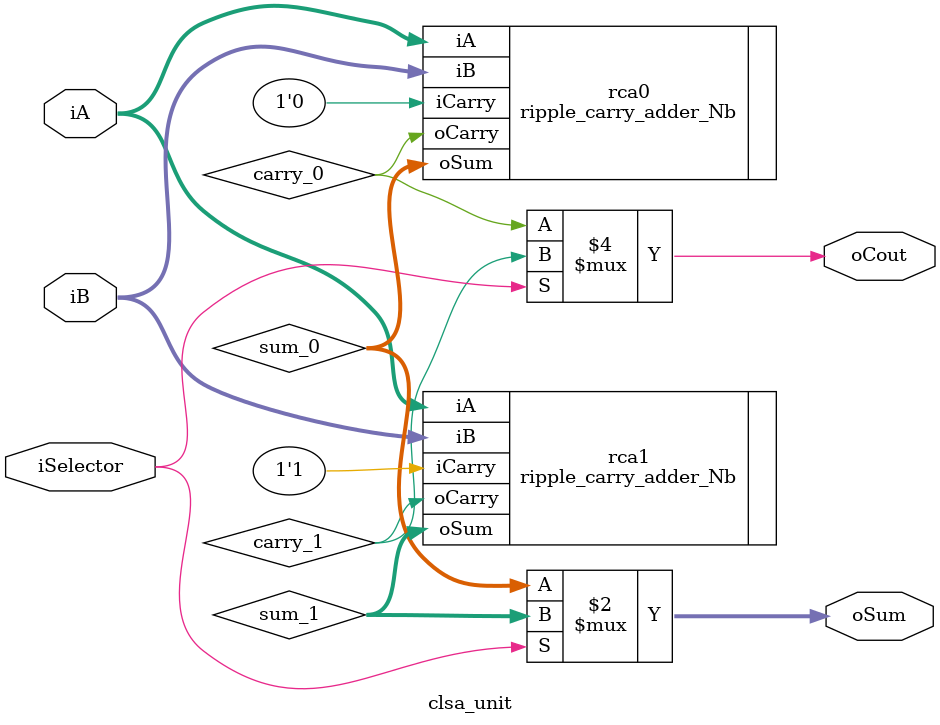
<source format=v>
`timescale 1ns / 1ps


module clsa_unit #(
    parameter SLICE_WIDTH = 8
)(
    input  wire [SLICE_WIDTH-1:0] iA,
    input  wire [SLICE_WIDTH-1:0] iB,
    input  wire                   iSelector,  // selector: use carry_0 path or carry_1 path
    output wire [SLICE_WIDTH-1:0] oSum,
    output wire                   oCout
);

    wire [SLICE_WIDTH-1:0] sum_0, sum_1;
    wire carry_0, carry_1;

    ripple_carry_adder_Nb #(.ADDER_WIDTH(SLICE_WIDTH)) rca0 (
        .iA(iA),
        .iB(iB),
        .iCarry(1'b0),
        .oSum(sum_0),
        .oCarry(carry_0)
    );

    ripple_carry_adder_Nb #(.ADDER_WIDTH(SLICE_WIDTH)) rca1 (
        .iA(iA),
        .iB(iB),
        .iCarry(1'b1),
        .oSum(sum_1),
        .oCarry(carry_1)
    );

    assign oSum  = (iSelector == 1'b0) ? sum_0 : sum_1;
    assign oCout = (iSelector == 1'b0) ? carry_0 : carry_1;

endmodule


</source>
